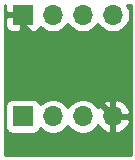
<source format=gbr>
%TF.GenerationSoftware,KiCad,Pcbnew,5.1.9-73d0e3b20d~88~ubuntu20.04.1*%
%TF.CreationDate,2021-04-02T21:02:10-07:00*%
%TF.ProjectId,sonar_adapter,736f6e61-725f-4616-9461-707465722e6b,rev?*%
%TF.SameCoordinates,Original*%
%TF.FileFunction,Copper,L2,Bot*%
%TF.FilePolarity,Positive*%
%FSLAX46Y46*%
G04 Gerber Fmt 4.6, Leading zero omitted, Abs format (unit mm)*
G04 Created by KiCad (PCBNEW 5.1.9-73d0e3b20d~88~ubuntu20.04.1) date 2021-04-02 21:02:10*
%MOMM*%
%LPD*%
G01*
G04 APERTURE LIST*
%TA.AperFunction,ComponentPad*%
%ADD10O,1.700000X1.700000*%
%TD*%
%TA.AperFunction,ComponentPad*%
%ADD11R,1.700000X1.700000*%
%TD*%
%TA.AperFunction,Conductor*%
%ADD12C,0.500000*%
%TD*%
%TA.AperFunction,Conductor*%
%ADD13C,0.254000*%
%TD*%
%TA.AperFunction,Conductor*%
%ADD14C,0.100000*%
%TD*%
G04 APERTURE END LIST*
D10*
%TO.P,CN2,4*%
%TO.N,/GND*%
X103810000Y-103100000D03*
%TO.P,CN2,3*%
%TO.N,/ECHO*%
X101270000Y-103100000D03*
%TO.P,CN2,2*%
%TO.N,/TRIG*%
X98730000Y-103100000D03*
D11*
%TO.P,CN2,1*%
%TO.N,/VCC*%
X96190000Y-103100000D03*
%TD*%
D10*
%TO.P,CN1,4*%
%TO.N,/VCC*%
X103810000Y-94500000D03*
%TO.P,CN1,3*%
%TO.N,/TRIG*%
X101270000Y-94500000D03*
%TO.P,CN1,2*%
%TO.N,/ECHO*%
X98730000Y-94500000D03*
D11*
%TO.P,CN1,1*%
%TO.N,/GND*%
X96190000Y-94500000D03*
%TD*%
D12*
%TO.N,/GND*%
X96190000Y-94500000D02*
X96190000Y-94487800D01*
X96190000Y-95480000D02*
X103810000Y-103100000D01*
X96190000Y-94500000D02*
X96190000Y-95480000D01*
%TD*%
D13*
%TO.N,/GND*%
X94705000Y-94214250D02*
X94863750Y-94373000D01*
X96063000Y-94373000D01*
X96063000Y-94353000D01*
X96317000Y-94353000D01*
X96317000Y-94373000D01*
X96337000Y-94373000D01*
X96337000Y-94627000D01*
X96317000Y-94627000D01*
X96317000Y-95826250D01*
X96475750Y-95985000D01*
X97040000Y-95988072D01*
X97164482Y-95975812D01*
X97284180Y-95939502D01*
X97394494Y-95880537D01*
X97491185Y-95801185D01*
X97570537Y-95704494D01*
X97629502Y-95594180D01*
X97651513Y-95521620D01*
X97783368Y-95653475D01*
X98026589Y-95815990D01*
X98296842Y-95927932D01*
X98583740Y-95985000D01*
X98876260Y-95985000D01*
X99163158Y-95927932D01*
X99433411Y-95815990D01*
X99676632Y-95653475D01*
X99883475Y-95446632D01*
X100000000Y-95272240D01*
X100116525Y-95446632D01*
X100323368Y-95653475D01*
X100566589Y-95815990D01*
X100836842Y-95927932D01*
X101123740Y-95985000D01*
X101416260Y-95985000D01*
X101703158Y-95927932D01*
X101973411Y-95815990D01*
X102216632Y-95653475D01*
X102423475Y-95446632D01*
X102540000Y-95272240D01*
X102656525Y-95446632D01*
X102863368Y-95653475D01*
X103106589Y-95815990D01*
X103376842Y-95927932D01*
X103663740Y-95985000D01*
X103956260Y-95985000D01*
X104243158Y-95927932D01*
X104513411Y-95815990D01*
X104756632Y-95653475D01*
X104963475Y-95446632D01*
X105125990Y-95203411D01*
X105237932Y-94933158D01*
X105295000Y-94646260D01*
X105295000Y-94353740D01*
X105237932Y-94066842D01*
X105125990Y-93796589D01*
X105034724Y-93660000D01*
X105340001Y-93660000D01*
X105340000Y-106340000D01*
X94660000Y-106340000D01*
X94660000Y-102250000D01*
X94701928Y-102250000D01*
X94701928Y-103950000D01*
X94714188Y-104074482D01*
X94750498Y-104194180D01*
X94809463Y-104304494D01*
X94888815Y-104401185D01*
X94985506Y-104480537D01*
X95095820Y-104539502D01*
X95215518Y-104575812D01*
X95340000Y-104588072D01*
X97040000Y-104588072D01*
X97164482Y-104575812D01*
X97284180Y-104539502D01*
X97394494Y-104480537D01*
X97491185Y-104401185D01*
X97570537Y-104304494D01*
X97629502Y-104194180D01*
X97651513Y-104121620D01*
X97783368Y-104253475D01*
X98026589Y-104415990D01*
X98296842Y-104527932D01*
X98583740Y-104585000D01*
X98876260Y-104585000D01*
X99163158Y-104527932D01*
X99433411Y-104415990D01*
X99676632Y-104253475D01*
X99883475Y-104046632D01*
X100000000Y-103872240D01*
X100116525Y-104046632D01*
X100323368Y-104253475D01*
X100566589Y-104415990D01*
X100836842Y-104527932D01*
X101123740Y-104585000D01*
X101416260Y-104585000D01*
X101703158Y-104527932D01*
X101973411Y-104415990D01*
X102216632Y-104253475D01*
X102423475Y-104046632D01*
X102545195Y-103864466D01*
X102614822Y-103981355D01*
X102809731Y-104197588D01*
X103043080Y-104371641D01*
X103305901Y-104496825D01*
X103453110Y-104541476D01*
X103683000Y-104420155D01*
X103683000Y-103227000D01*
X103937000Y-103227000D01*
X103937000Y-104420155D01*
X104166890Y-104541476D01*
X104314099Y-104496825D01*
X104576920Y-104371641D01*
X104810269Y-104197588D01*
X105005178Y-103981355D01*
X105154157Y-103731252D01*
X105251481Y-103456891D01*
X105130814Y-103227000D01*
X103937000Y-103227000D01*
X103683000Y-103227000D01*
X103663000Y-103227000D01*
X103663000Y-102973000D01*
X103683000Y-102973000D01*
X103683000Y-101779845D01*
X103937000Y-101779845D01*
X103937000Y-102973000D01*
X105130814Y-102973000D01*
X105251481Y-102743109D01*
X105154157Y-102468748D01*
X105005178Y-102218645D01*
X104810269Y-102002412D01*
X104576920Y-101828359D01*
X104314099Y-101703175D01*
X104166890Y-101658524D01*
X103937000Y-101779845D01*
X103683000Y-101779845D01*
X103453110Y-101658524D01*
X103305901Y-101703175D01*
X103043080Y-101828359D01*
X102809731Y-102002412D01*
X102614822Y-102218645D01*
X102545195Y-102335534D01*
X102423475Y-102153368D01*
X102216632Y-101946525D01*
X101973411Y-101784010D01*
X101703158Y-101672068D01*
X101416260Y-101615000D01*
X101123740Y-101615000D01*
X100836842Y-101672068D01*
X100566589Y-101784010D01*
X100323368Y-101946525D01*
X100116525Y-102153368D01*
X100000000Y-102327760D01*
X99883475Y-102153368D01*
X99676632Y-101946525D01*
X99433411Y-101784010D01*
X99163158Y-101672068D01*
X98876260Y-101615000D01*
X98583740Y-101615000D01*
X98296842Y-101672068D01*
X98026589Y-101784010D01*
X97783368Y-101946525D01*
X97651513Y-102078380D01*
X97629502Y-102005820D01*
X97570537Y-101895506D01*
X97491185Y-101798815D01*
X97394494Y-101719463D01*
X97284180Y-101660498D01*
X97164482Y-101624188D01*
X97040000Y-101611928D01*
X95340000Y-101611928D01*
X95215518Y-101624188D01*
X95095820Y-101660498D01*
X94985506Y-101719463D01*
X94888815Y-101798815D01*
X94809463Y-101895506D01*
X94750498Y-102005820D01*
X94714188Y-102125518D01*
X94701928Y-102250000D01*
X94660000Y-102250000D01*
X94660000Y-95350000D01*
X94701928Y-95350000D01*
X94714188Y-95474482D01*
X94750498Y-95594180D01*
X94809463Y-95704494D01*
X94888815Y-95801185D01*
X94985506Y-95880537D01*
X95095820Y-95939502D01*
X95215518Y-95975812D01*
X95340000Y-95988072D01*
X95904250Y-95985000D01*
X96063000Y-95826250D01*
X96063000Y-94627000D01*
X94863750Y-94627000D01*
X94705000Y-94785750D01*
X94701928Y-95350000D01*
X94660000Y-95350000D01*
X94660000Y-93660000D01*
X94701982Y-93660000D01*
X94705000Y-94214250D01*
%TA.AperFunction,Conductor*%
D14*
G36*
X94705000Y-94214250D02*
G01*
X94863750Y-94373000D01*
X96063000Y-94373000D01*
X96063000Y-94353000D01*
X96317000Y-94353000D01*
X96317000Y-94373000D01*
X96337000Y-94373000D01*
X96337000Y-94627000D01*
X96317000Y-94627000D01*
X96317000Y-95826250D01*
X96475750Y-95985000D01*
X97040000Y-95988072D01*
X97164482Y-95975812D01*
X97284180Y-95939502D01*
X97394494Y-95880537D01*
X97491185Y-95801185D01*
X97570537Y-95704494D01*
X97629502Y-95594180D01*
X97651513Y-95521620D01*
X97783368Y-95653475D01*
X98026589Y-95815990D01*
X98296842Y-95927932D01*
X98583740Y-95985000D01*
X98876260Y-95985000D01*
X99163158Y-95927932D01*
X99433411Y-95815990D01*
X99676632Y-95653475D01*
X99883475Y-95446632D01*
X100000000Y-95272240D01*
X100116525Y-95446632D01*
X100323368Y-95653475D01*
X100566589Y-95815990D01*
X100836842Y-95927932D01*
X101123740Y-95985000D01*
X101416260Y-95985000D01*
X101703158Y-95927932D01*
X101973411Y-95815990D01*
X102216632Y-95653475D01*
X102423475Y-95446632D01*
X102540000Y-95272240D01*
X102656525Y-95446632D01*
X102863368Y-95653475D01*
X103106589Y-95815990D01*
X103376842Y-95927932D01*
X103663740Y-95985000D01*
X103956260Y-95985000D01*
X104243158Y-95927932D01*
X104513411Y-95815990D01*
X104756632Y-95653475D01*
X104963475Y-95446632D01*
X105125990Y-95203411D01*
X105237932Y-94933158D01*
X105295000Y-94646260D01*
X105295000Y-94353740D01*
X105237932Y-94066842D01*
X105125990Y-93796589D01*
X105034724Y-93660000D01*
X105340001Y-93660000D01*
X105340000Y-106340000D01*
X94660000Y-106340000D01*
X94660000Y-102250000D01*
X94701928Y-102250000D01*
X94701928Y-103950000D01*
X94714188Y-104074482D01*
X94750498Y-104194180D01*
X94809463Y-104304494D01*
X94888815Y-104401185D01*
X94985506Y-104480537D01*
X95095820Y-104539502D01*
X95215518Y-104575812D01*
X95340000Y-104588072D01*
X97040000Y-104588072D01*
X97164482Y-104575812D01*
X97284180Y-104539502D01*
X97394494Y-104480537D01*
X97491185Y-104401185D01*
X97570537Y-104304494D01*
X97629502Y-104194180D01*
X97651513Y-104121620D01*
X97783368Y-104253475D01*
X98026589Y-104415990D01*
X98296842Y-104527932D01*
X98583740Y-104585000D01*
X98876260Y-104585000D01*
X99163158Y-104527932D01*
X99433411Y-104415990D01*
X99676632Y-104253475D01*
X99883475Y-104046632D01*
X100000000Y-103872240D01*
X100116525Y-104046632D01*
X100323368Y-104253475D01*
X100566589Y-104415990D01*
X100836842Y-104527932D01*
X101123740Y-104585000D01*
X101416260Y-104585000D01*
X101703158Y-104527932D01*
X101973411Y-104415990D01*
X102216632Y-104253475D01*
X102423475Y-104046632D01*
X102545195Y-103864466D01*
X102614822Y-103981355D01*
X102809731Y-104197588D01*
X103043080Y-104371641D01*
X103305901Y-104496825D01*
X103453110Y-104541476D01*
X103683000Y-104420155D01*
X103683000Y-103227000D01*
X103937000Y-103227000D01*
X103937000Y-104420155D01*
X104166890Y-104541476D01*
X104314099Y-104496825D01*
X104576920Y-104371641D01*
X104810269Y-104197588D01*
X105005178Y-103981355D01*
X105154157Y-103731252D01*
X105251481Y-103456891D01*
X105130814Y-103227000D01*
X103937000Y-103227000D01*
X103683000Y-103227000D01*
X103663000Y-103227000D01*
X103663000Y-102973000D01*
X103683000Y-102973000D01*
X103683000Y-101779845D01*
X103937000Y-101779845D01*
X103937000Y-102973000D01*
X105130814Y-102973000D01*
X105251481Y-102743109D01*
X105154157Y-102468748D01*
X105005178Y-102218645D01*
X104810269Y-102002412D01*
X104576920Y-101828359D01*
X104314099Y-101703175D01*
X104166890Y-101658524D01*
X103937000Y-101779845D01*
X103683000Y-101779845D01*
X103453110Y-101658524D01*
X103305901Y-101703175D01*
X103043080Y-101828359D01*
X102809731Y-102002412D01*
X102614822Y-102218645D01*
X102545195Y-102335534D01*
X102423475Y-102153368D01*
X102216632Y-101946525D01*
X101973411Y-101784010D01*
X101703158Y-101672068D01*
X101416260Y-101615000D01*
X101123740Y-101615000D01*
X100836842Y-101672068D01*
X100566589Y-101784010D01*
X100323368Y-101946525D01*
X100116525Y-102153368D01*
X100000000Y-102327760D01*
X99883475Y-102153368D01*
X99676632Y-101946525D01*
X99433411Y-101784010D01*
X99163158Y-101672068D01*
X98876260Y-101615000D01*
X98583740Y-101615000D01*
X98296842Y-101672068D01*
X98026589Y-101784010D01*
X97783368Y-101946525D01*
X97651513Y-102078380D01*
X97629502Y-102005820D01*
X97570537Y-101895506D01*
X97491185Y-101798815D01*
X97394494Y-101719463D01*
X97284180Y-101660498D01*
X97164482Y-101624188D01*
X97040000Y-101611928D01*
X95340000Y-101611928D01*
X95215518Y-101624188D01*
X95095820Y-101660498D01*
X94985506Y-101719463D01*
X94888815Y-101798815D01*
X94809463Y-101895506D01*
X94750498Y-102005820D01*
X94714188Y-102125518D01*
X94701928Y-102250000D01*
X94660000Y-102250000D01*
X94660000Y-95350000D01*
X94701928Y-95350000D01*
X94714188Y-95474482D01*
X94750498Y-95594180D01*
X94809463Y-95704494D01*
X94888815Y-95801185D01*
X94985506Y-95880537D01*
X95095820Y-95939502D01*
X95215518Y-95975812D01*
X95340000Y-95988072D01*
X95904250Y-95985000D01*
X96063000Y-95826250D01*
X96063000Y-94627000D01*
X94863750Y-94627000D01*
X94705000Y-94785750D01*
X94701928Y-95350000D01*
X94660000Y-95350000D01*
X94660000Y-93660000D01*
X94701982Y-93660000D01*
X94705000Y-94214250D01*
G37*
%TD.AperFunction*%
%TD*%
M02*

</source>
